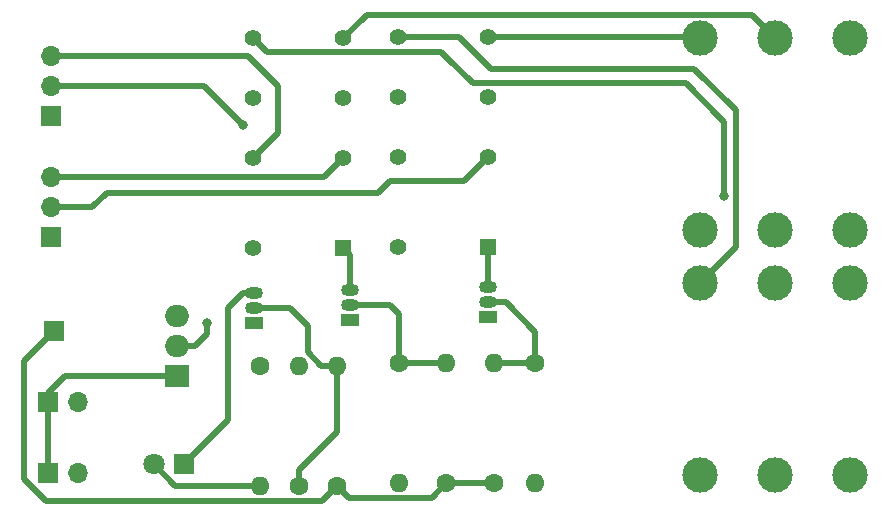
<source format=gbr>
%TF.GenerationSoftware,KiCad,Pcbnew,7.0.9*%
%TF.CreationDate,2023-12-28T11:44:19-05:00*%
%TF.ProjectId,PedalboardMain,50656461-6c62-46f6-9172-644d61696e2e,rev?*%
%TF.SameCoordinates,Original*%
%TF.FileFunction,Copper,L1,Top*%
%TF.FilePolarity,Positive*%
%FSLAX46Y46*%
G04 Gerber Fmt 4.6, Leading zero omitted, Abs format (unit mm)*
G04 Created by KiCad (PCBNEW 7.0.9) date 2023-12-28 11:44:19*
%MOMM*%
%LPD*%
G01*
G04 APERTURE LIST*
%TA.AperFunction,ComponentPad*%
%ADD10C,3.000000*%
%TD*%
%TA.AperFunction,ComponentPad*%
%ADD11C,1.600000*%
%TD*%
%TA.AperFunction,ComponentPad*%
%ADD12O,1.600000X1.600000*%
%TD*%
%TA.AperFunction,ComponentPad*%
%ADD13R,1.500000X1.050000*%
%TD*%
%TA.AperFunction,ComponentPad*%
%ADD14O,1.500000X1.050000*%
%TD*%
%TA.AperFunction,ComponentPad*%
%ADD15R,1.800000X1.800000*%
%TD*%
%TA.AperFunction,ComponentPad*%
%ADD16C,1.800000*%
%TD*%
%TA.AperFunction,ComponentPad*%
%ADD17R,1.700000X1.700000*%
%TD*%
%TA.AperFunction,ComponentPad*%
%ADD18O,1.700000X1.700000*%
%TD*%
%TA.AperFunction,ComponentPad*%
%ADD19R,1.400000X1.400000*%
%TD*%
%TA.AperFunction,ComponentPad*%
%ADD20C,1.400000*%
%TD*%
%TA.AperFunction,ComponentPad*%
%ADD21R,2.000000X1.905000*%
%TD*%
%TA.AperFunction,ComponentPad*%
%ADD22O,2.000000X1.905000*%
%TD*%
%TA.AperFunction,ViaPad*%
%ADD23C,0.800000*%
%TD*%
%TA.AperFunction,Conductor*%
%ADD24C,0.500000*%
%TD*%
G04 APERTURE END LIST*
D10*
%TO.P,Send1,R*%
%TO.N,/R_send*%
X175825000Y-101135000D03*
%TO.P,Send1,RN*%
%TO.N,Net-(R8-Pad2)*%
X175825000Y-117365000D03*
%TO.P,Send1,S*%
%TO.N,/Signal_Gnd*%
X182175000Y-101135000D03*
%TO.P,Send1,SN*%
%TO.N,unconnected-(Send1-PadSN)*%
X182175000Y-117365000D03*
%TO.P,Send1,T*%
%TO.N,/L_Send*%
X169475000Y-101135000D03*
%TO.P,Send1,TN*%
%TO.N,Net-(R9-Pad2)*%
X169475000Y-117365000D03*
%TD*%
%TO.P,Return1,R*%
%TO.N,/R_Return*%
X175825000Y-80385000D03*
%TO.P,Return1,RN*%
%TO.N,Net-(R8-Pad1)*%
X175825000Y-96615000D03*
%TO.P,Return1,S*%
%TO.N,/Signal_Gnd*%
X182175000Y-80385000D03*
%TO.P,Return1,SN*%
%TO.N,unconnected-(Return1-PadSN)*%
X182175000Y-96615000D03*
%TO.P,Return1,T*%
%TO.N,/L_Return*%
X169475000Y-80385000D03*
%TO.P,Return1,TN*%
%TO.N,Net-(R9-Pad1)*%
X169475000Y-96615000D03*
%TD*%
D11*
%TO.P,R7,1*%
%TO.N,Net-(QL1-G)*%
X155520000Y-107920000D03*
D12*
%TO.P,R7,2*%
%TO.N,/Ctrl_GND*%
X155520000Y-118080000D03*
%TD*%
D13*
%TO.P,QL1,1,S*%
%TO.N,/Ctrl_GND*%
X151500000Y-104040000D03*
D14*
%TO.P,QL1,2,G*%
%TO.N,Net-(QL1-G)*%
X151500000Y-102770000D03*
%TO.P,QL1,3,D*%
%TO.N,Net-(QL1-D)*%
X151500000Y-101500000D03*
%TD*%
D11*
%TO.P,R4,1*%
%TO.N,Net-(QLED1-G)*%
X135500000Y-118330000D03*
D12*
%TO.P,R4,2*%
%TO.N,/Ctrl_GND*%
X135500000Y-108170000D03*
%TD*%
D11*
%TO.P,R5,1*%
%TO.N,Net-(QR1-G)*%
X144000000Y-107920000D03*
D12*
%TO.P,R5,2*%
%TO.N,/Ctrl_GND*%
X144000000Y-118080000D03*
%TD*%
D15*
%TO.P,D1,1,K*%
%TO.N,Net-(D1-K)*%
X125775000Y-116500000D03*
D16*
%TO.P,D1,2,A*%
%TO.N,Net-(D1-A)*%
X123235000Y-116500000D03*
%TD*%
D13*
%TO.P,QR1,1,S*%
%TO.N,/Ctrl_GND*%
X139860000Y-104270000D03*
D14*
%TO.P,QR1,2,G*%
%TO.N,Net-(QR1-G)*%
X139860000Y-103000000D03*
%TO.P,QR1,3,D*%
%TO.N,Net-(QR1-D)*%
X139860000Y-101730000D03*
%TD*%
D11*
%TO.P,R3,1*%
%TO.N,/Control*%
X148000000Y-118080000D03*
D12*
%TO.P,R3,2*%
%TO.N,Net-(QR1-G)*%
X148000000Y-107920000D03*
%TD*%
D17*
%TO.P,J3,1,Pin_1*%
%TO.N,/9V*%
X114250000Y-111250000D03*
D18*
%TO.P,J3,2,Pin_2*%
%TO.N,/Ctrl_GND*%
X116790000Y-111250000D03*
%TD*%
D13*
%TO.P,QLED1,1,S*%
%TO.N,/Ctrl_GND*%
X131750000Y-104520000D03*
D14*
%TO.P,QLED1,2,G*%
%TO.N,Net-(QLED1-G)*%
X131750000Y-103250000D03*
%TO.P,QLED1,3,D*%
%TO.N,Net-(D1-K)*%
X131750000Y-101980000D03*
%TD*%
D19*
%TO.P,Right1,1*%
%TO.N,Net-(QR1-D)*%
X139275000Y-98200000D03*
D20*
%TO.P,Right1,4*%
%TO.N,/R_out*%
X139275000Y-90580000D03*
%TO.P,Right1,6*%
%TO.N,Net-(Right1-Pad11)*%
X139275000Y-85500000D03*
%TO.P,Right1,8*%
%TO.N,/R_Return*%
X139275000Y-80420000D03*
%TO.P,Right1,9*%
%TO.N,/R_send*%
X131655000Y-80420000D03*
%TO.P,Right1,11*%
%TO.N,Net-(Right1-Pad11)*%
X131655000Y-85500000D03*
%TO.P,Right1,13*%
%TO.N,/R_in*%
X131655000Y-90580000D03*
%TO.P,Right1,16*%
%TO.N,/5V*%
X131655000Y-98200000D03*
%TD*%
D11*
%TO.P,R2,1*%
%TO.N,/Control*%
X138750000Y-118330000D03*
D12*
%TO.P,R2,2*%
%TO.N,Net-(QLED1-G)*%
X138750000Y-108170000D03*
%TD*%
D11*
%TO.P,RLed1,1*%
%TO.N,/5V*%
X132250000Y-108170000D03*
D12*
%TO.P,RLed1,2*%
%TO.N,Net-(D1-A)*%
X132250000Y-118330000D03*
%TD*%
D19*
%TO.P,Left/Mono1,1*%
%TO.N,Net-(QL1-D)*%
X151512500Y-98107500D03*
D20*
%TO.P,Left/Mono1,4*%
%TO.N,/L_out*%
X151512500Y-90487500D03*
%TO.P,Left/Mono1,6*%
%TO.N,Net-(Left/Mono1-Pad11)*%
X151512500Y-85407500D03*
%TO.P,Left/Mono1,8*%
%TO.N,/L_Return*%
X151512500Y-80327500D03*
%TO.P,Left/Mono1,9*%
%TO.N,/L_Send*%
X143892500Y-80327500D03*
%TO.P,Left/Mono1,11*%
%TO.N,Net-(Left/Mono1-Pad11)*%
X143892500Y-85407500D03*
%TO.P,Left/Mono1,13*%
%TO.N,/L_in*%
X143892500Y-90487500D03*
%TO.P,Left/Mono1,16*%
%TO.N,/5V*%
X143892500Y-98107500D03*
%TD*%
D21*
%TO.P,U1,1,IN*%
%TO.N,/9V*%
X125195000Y-109040000D03*
D22*
%TO.P,U1,2,GND*%
%TO.N,/Ctrl_GND*%
X125195000Y-106500000D03*
%TO.P,U1,3,OUT*%
%TO.N,/5V*%
X125195000Y-103960000D03*
%TD*%
D17*
%TO.P,In1,1,Pin_1*%
%TO.N,/Signal_Gnd*%
X114500000Y-87000000D03*
D18*
%TO.P,In1,2,Pin_2*%
%TO.N,/L_in*%
X114500000Y-84460000D03*
%TO.P,In1,3,Pin_3*%
%TO.N,/R_in*%
X114500000Y-81920000D03*
%TD*%
D17*
%TO.P,J1,1,Pin_1*%
%TO.N,/Control*%
X114750000Y-105250000D03*
%TD*%
D11*
%TO.P,R6,1*%
%TO.N,/Control*%
X152020000Y-118080000D03*
D12*
%TO.P,R6,2*%
%TO.N,Net-(QL1-G)*%
X152020000Y-107920000D03*
%TD*%
D17*
%TO.P,J2,1,Pin_1*%
%TO.N,/9V*%
X114250000Y-117250000D03*
D18*
%TO.P,J2,2,Pin_2*%
%TO.N,/Ctrl_GND*%
X116790000Y-117250000D03*
%TD*%
D17*
%TO.P,Out1,1,Pin_1*%
%TO.N,/Signal_Gnd*%
X114500000Y-97290000D03*
D18*
%TO.P,Out1,2,Pin_2*%
%TO.N,/L_out*%
X114500000Y-94750000D03*
%TO.P,Out1,3,Pin_3*%
%TO.N,/R_out*%
X114500000Y-92210000D03*
%TD*%
D23*
%TO.N,/Ctrl_GND*%
X127750000Y-104500000D03*
%TO.N,/L_in*%
X130750000Y-87750000D03*
%TO.N,/R_send*%
X171500000Y-93750000D03*
%TD*%
D24*
%TO.N,Net-(D1-K)*%
X129500000Y-112775000D02*
X125775000Y-116500000D01*
X129500000Y-103250000D02*
X129500000Y-112775000D01*
X130770000Y-101980000D02*
X129500000Y-103250000D01*
X131750000Y-101980000D02*
X130770000Y-101980000D01*
%TO.N,Net-(QLED1-G)*%
X138750000Y-113750000D02*
X138750000Y-108170000D01*
X135500000Y-117000000D02*
X138750000Y-113750000D01*
X135500000Y-118330000D02*
X135500000Y-117000000D01*
%TO.N,Net-(D1-A)*%
X125065000Y-118330000D02*
X123235000Y-116500000D01*
X132250000Y-118330000D02*
X125065000Y-118330000D01*
%TO.N,/Control*%
X112250000Y-117750000D02*
X112250000Y-107750000D01*
X112250000Y-107750000D02*
X114750000Y-105250000D01*
X137500000Y-119580000D02*
X114080000Y-119580000D01*
X114080000Y-119580000D02*
X112250000Y-117750000D01*
X138750000Y-118330000D02*
X137500000Y-119580000D01*
X139750000Y-119330000D02*
X138750000Y-118330000D01*
X146750000Y-119330000D02*
X139750000Y-119330000D01*
X148000000Y-118080000D02*
X146750000Y-119330000D01*
X152020000Y-118080000D02*
X148000000Y-118080000D01*
%TO.N,Net-(QLED1-G)*%
X137420000Y-108170000D02*
X138750000Y-108170000D01*
X136250000Y-104750000D02*
X136250000Y-107000000D01*
X136250000Y-107000000D02*
X137420000Y-108170000D01*
X134750000Y-103250000D02*
X136250000Y-104750000D01*
X131750000Y-103250000D02*
X134750000Y-103250000D01*
%TO.N,/9V*%
X114250000Y-111250000D02*
X114250000Y-117250000D01*
X114250000Y-110500000D02*
X114250000Y-111250000D01*
X125195000Y-109040000D02*
X115710000Y-109040000D01*
X115710000Y-109040000D02*
X114250000Y-110500000D01*
%TO.N,/Ctrl_GND*%
X127750000Y-105500000D02*
X127750000Y-104500000D01*
X126750000Y-106500000D02*
X127750000Y-105500000D01*
X125195000Y-106500000D02*
X126750000Y-106500000D01*
%TO.N,Net-(QR1-G)*%
X144000000Y-107920000D02*
X148000000Y-107920000D01*
X144000000Y-103750000D02*
X144000000Y-107920000D01*
X143250000Y-103000000D02*
X144000000Y-103750000D01*
X139860000Y-103000000D02*
X143250000Y-103000000D01*
%TO.N,Net-(QL1-G)*%
X155520000Y-107920000D02*
X152020000Y-107920000D01*
X155520000Y-105270000D02*
X155520000Y-107920000D01*
X151500000Y-102770000D02*
X153020000Y-102770000D01*
X153020000Y-102770000D02*
X155520000Y-105270000D01*
%TO.N,Net-(QR1-D)*%
X139860000Y-98785000D02*
X139275000Y-98200000D01*
X139860000Y-101730000D02*
X139860000Y-98785000D01*
%TO.N,Net-(QL1-D)*%
X151512500Y-98107500D02*
X151512500Y-101487500D01*
X151512500Y-101487500D02*
X151500000Y-101500000D01*
%TO.N,/L_out*%
X143250000Y-92500000D02*
X149500000Y-92500000D01*
X119250000Y-93500000D02*
X142250000Y-93500000D01*
X142250000Y-93500000D02*
X143250000Y-92500000D01*
X118000000Y-94750000D02*
X119250000Y-93500000D01*
X114500000Y-94750000D02*
X118000000Y-94750000D01*
X149500000Y-92500000D02*
X151512500Y-90487500D01*
%TO.N,/R_out*%
X137645000Y-92210000D02*
X139275000Y-90580000D01*
X114500000Y-92210000D02*
X137645000Y-92210000D01*
%TO.N,/L_in*%
X127460000Y-84460000D02*
X130750000Y-87750000D01*
X114500000Y-84460000D02*
X127460000Y-84460000D01*
%TO.N,/R_in*%
X133750000Y-88485000D02*
X131655000Y-90580000D01*
X133750000Y-84500000D02*
X133750000Y-88485000D01*
X131170000Y-81920000D02*
X133750000Y-84500000D01*
X114500000Y-81920000D02*
X131170000Y-81920000D01*
%TO.N,/R_send*%
X171500000Y-87500000D02*
X171500000Y-93750000D01*
X150250000Y-84250000D02*
X155000000Y-84250000D01*
X155000000Y-84250000D02*
X168250000Y-84250000D01*
X148000000Y-82000000D02*
X150250000Y-84250000D01*
X168250000Y-84250000D02*
X171250000Y-87250000D01*
X147570000Y-81570000D02*
X148000000Y-82000000D01*
X171250000Y-87250000D02*
X171500000Y-87500000D01*
X132805000Y-81570000D02*
X147570000Y-81570000D01*
X131655000Y-80420000D02*
X132805000Y-81570000D01*
%TO.N,/L_Send*%
X172500000Y-98110000D02*
X169475000Y-101135000D01*
X169000000Y-83000000D02*
X172500000Y-86500000D01*
X149077500Y-80327500D02*
X151750000Y-83000000D01*
X151750000Y-83000000D02*
X169000000Y-83000000D01*
X143892500Y-80327500D02*
X149077500Y-80327500D01*
X172500000Y-86500000D02*
X172500000Y-98110000D01*
%TO.N,/L_Return*%
X169417500Y-80327500D02*
X169475000Y-80385000D01*
X151512500Y-80327500D02*
X169417500Y-80327500D01*
%TO.N,/R_Return*%
X173875000Y-78435000D02*
X141260000Y-78435000D01*
X141260000Y-78435000D02*
X139275000Y-80420000D01*
X175825000Y-80385000D02*
X173875000Y-78435000D01*
%TD*%
M02*

</source>
